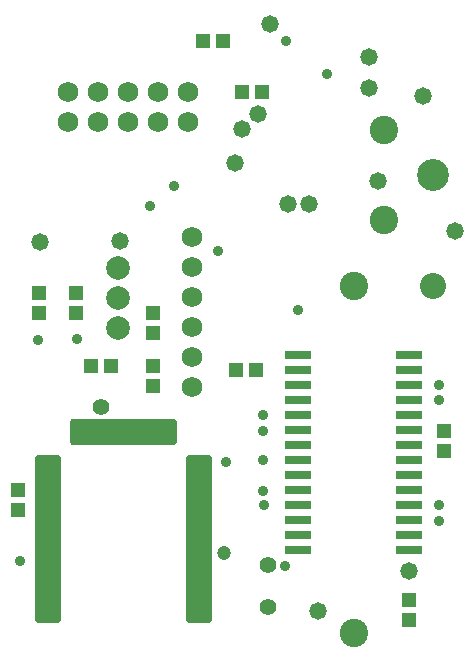
<source format=gbs>
%FSLAX44Y44*%
%MOMM*%
G71*
G01*
G75*
G04 Layer_Color=16711935*
%ADD10R,2.1800X1.6000*%
%ADD11R,1.0000X1.1000*%
%ADD12R,1.2500X1.1000*%
%ADD13R,3.2000X1.1200*%
%ADD14R,1.1000X1.0000*%
%ADD15R,1.1000X0.6000*%
%ADD16C,0.7000*%
%ADD17C,0.2540*%
%ADD18C,1.5240*%
%ADD19C,2.5000*%
%ADD20C,2.2000*%
%ADD21C,1.8000*%
%ADD22C,2.0000*%
%ADD23C,0.7000*%
%ADD24C,1.2700*%
%ADD25C,1.2100*%
%ADD26C,1.0000*%
%ADD27R,2.0000X0.6000*%
G04:AMPARAMS|DCode=28|XSize=2mm|YSize=0.8mm|CornerRadius=0.2mm|HoleSize=0mm|Usage=FLASHONLY|Rotation=270.000|XOffset=0mm|YOffset=0mm|HoleType=Round|Shape=RoundedRectangle|*
%AMROUNDEDRECTD28*
21,1,2.0000,0.4000,0,0,270.0*
21,1,1.6000,0.8000,0,0,270.0*
1,1,0.4000,-0.2000,-0.8000*
1,1,0.4000,-0.2000,0.8000*
1,1,0.4000,0.2000,0.8000*
1,1,0.4000,0.2000,-0.8000*
%
%ADD28ROUNDEDRECTD28*%
G04:AMPARAMS|DCode=29|XSize=2mm|YSize=0.8mm|CornerRadius=0.2mm|HoleSize=0mm|Usage=FLASHONLY|Rotation=0.000|XOffset=0mm|YOffset=0mm|HoleType=Round|Shape=RoundedRectangle|*
%AMROUNDEDRECTD29*
21,1,2.0000,0.4000,0,0,0.0*
21,1,1.6000,0.8000,0,0,0.0*
1,1,0.4000,0.8000,-0.2000*
1,1,0.4000,-0.8000,-0.2000*
1,1,0.4000,-0.8000,0.2000*
1,1,0.4000,0.8000,0.2000*
%
%ADD29ROUNDEDRECTD29*%
%ADD30C,0.5000*%
%ADD31C,1.0000*%
%ADD32C,0.1000*%
%ADD33C,0.2000*%
%ADD34C,0.3000*%
%ADD35R,1.0414X2.4384*%
%ADD36R,2.3832X1.8032*%
%ADD37R,1.2032X1.3032*%
%ADD38R,1.4532X1.3032*%
%ADD39R,3.4032X1.3232*%
%ADD40R,1.3032X1.2032*%
%ADD41R,1.3032X0.8032*%
%ADD42C,1.7272*%
%ADD43C,2.7032*%
%ADD44C,2.4032*%
%ADD45C,2.0032*%
%ADD46C,2.2032*%
%ADD47C,0.9032*%
%ADD48C,1.4732*%
%ADD49C,1.4132*%
%ADD50C,1.2032*%
%ADD51R,2.2000X13.3000*%
%ADD52R,2.2000X13.4000*%
%ADD53R,8.7884X2.1844*%
%ADD54R,2.2032X0.8032*%
G04:AMPARAMS|DCode=55|XSize=2.1mm|YSize=0.9mm|CornerRadius=0.25mm|HoleSize=0mm|Usage=FLASHONLY|Rotation=270.000|XOffset=0mm|YOffset=0mm|HoleType=Round|Shape=RoundedRectangle|*
%AMROUNDEDRECTD55*
21,1,2.1000,0.4000,0,0,270.0*
21,1,1.6000,0.9000,0,0,270.0*
1,1,0.5000,-0.2000,-0.8000*
1,1,0.5000,-0.2000,0.8000*
1,1,0.5000,0.2000,0.8000*
1,1,0.5000,0.2000,-0.8000*
%
%ADD55ROUNDEDRECTD55*%
G04:AMPARAMS|DCode=56|XSize=2.2032mm|YSize=1.0032mm|CornerRadius=0.3016mm|HoleSize=0mm|Usage=FLASHONLY|Rotation=270.000|XOffset=0mm|YOffset=0mm|HoleType=Round|Shape=RoundedRectangle|*
%AMROUNDEDRECTD56*
21,1,2.2032,0.4000,0,0,270.0*
21,1,1.6000,1.0032,0,0,270.0*
1,1,0.6032,-0.2000,-0.8000*
1,1,0.6032,-0.2000,0.8000*
1,1,0.6032,0.2000,0.8000*
1,1,0.6032,0.2000,-0.8000*
%
%ADD56ROUNDEDRECTD56*%
G04:AMPARAMS|DCode=57|XSize=2.2032mm|YSize=1.0032mm|CornerRadius=0.3016mm|HoleSize=0mm|Usage=FLASHONLY|Rotation=0.000|XOffset=0mm|YOffset=0mm|HoleType=Round|Shape=RoundedRectangle|*
%AMROUNDEDRECTD57*
21,1,2.2032,0.4000,0,0,0.0*
21,1,1.6000,1.0032,0,0,0.0*
1,1,0.6032,0.8000,-0.2000*
1,1,0.6032,-0.8000,-0.2000*
1,1,0.6032,-0.8000,0.2000*
1,1,0.6032,0.8000,0.2000*
%
%ADD57ROUNDEDRECTD57*%
D37*
X346456Y60062D02*
D03*
Y43062D02*
D03*
X376428Y202810D02*
D03*
Y185810D02*
D03*
X16002Y135772D02*
D03*
Y152772D02*
D03*
X130302Y302886D02*
D03*
Y285886D02*
D03*
X130048Y257674D02*
D03*
Y240674D02*
D03*
X64770Y302396D02*
D03*
Y319396D02*
D03*
X33528Y302650D02*
D03*
Y319650D02*
D03*
D40*
X217542Y254254D02*
D03*
X200542D02*
D03*
X77606Y257556D02*
D03*
X94606D02*
D03*
X222368Y489712D02*
D03*
X205368D02*
D03*
X189348Y533400D02*
D03*
X172348D02*
D03*
D42*
X162818Y240032D02*
D03*
Y265432D02*
D03*
Y290832D02*
D03*
Y316232D02*
D03*
Y341632D02*
D03*
Y367032D02*
D03*
X159766Y489966D02*
D03*
Y464566D02*
D03*
X134366Y489966D02*
D03*
Y464566D02*
D03*
X108966Y489966D02*
D03*
Y464566D02*
D03*
X83566Y489966D02*
D03*
Y464566D02*
D03*
X58166Y489966D02*
D03*
Y464566D02*
D03*
D43*
X366628Y419608D02*
D03*
D44*
X325628Y381508D02*
D03*
Y457708D02*
D03*
X299734Y31750D02*
D03*
Y325550D02*
D03*
D45*
X100086Y315570D02*
D03*
Y340970D02*
D03*
Y290170D02*
D03*
D46*
X367034Y325550D02*
D03*
D47*
X242316Y532638D02*
D03*
X372110Y241808D02*
D03*
Y127000D02*
D03*
Y229362D02*
D03*
X127000Y392938D02*
D03*
X184912Y355600D02*
D03*
X65278Y280416D02*
D03*
X223472Y216408D02*
D03*
X147828Y409956D02*
D03*
X252476Y305308D02*
D03*
X223472Y178054D02*
D03*
Y203200D02*
D03*
X223726Y140462D02*
D03*
X223472Y152400D02*
D03*
X32766Y279654D02*
D03*
X17272Y92710D02*
D03*
X192024Y176530D02*
D03*
X242062Y88392D02*
D03*
X277368Y505460D02*
D03*
X372110Y140208D02*
D03*
D48*
X229362Y547116D02*
D03*
X385572Y372110D02*
D03*
X244602Y395224D02*
D03*
X102362Y363474D02*
D03*
X34290Y363220D02*
D03*
X346456Y84328D02*
D03*
X204978Y458216D02*
D03*
X313182Y519684D02*
D03*
X261874Y394716D02*
D03*
X199136Y429768D02*
D03*
X358968Y486344D02*
D03*
X312674Y493522D02*
D03*
X269494Y50800D02*
D03*
X218948Y470916D02*
D03*
X320176Y414664D02*
D03*
D49*
X227076Y54102D02*
D03*
Y89662D02*
D03*
X85852Y223520D02*
D03*
D50*
X190246Y99858D02*
D03*
D51*
X40846Y111479D02*
D03*
D52*
X168846Y111979D02*
D03*
D53*
X104648Y201930D02*
D03*
D54*
X252476Y101854D02*
D03*
Y114554D02*
D03*
Y127254D02*
D03*
Y139954D02*
D03*
Y152654D02*
D03*
Y165354D02*
D03*
Y178054D02*
D03*
Y190754D02*
D03*
Y203454D02*
D03*
Y216154D02*
D03*
Y228854D02*
D03*
Y241554D02*
D03*
Y254254D02*
D03*
Y266954D02*
D03*
X346476Y101854D02*
D03*
Y114554D02*
D03*
Y127254D02*
D03*
Y139954D02*
D03*
Y152654D02*
D03*
Y165354D02*
D03*
Y178054D02*
D03*
Y190754D02*
D03*
Y203454D02*
D03*
Y216154D02*
D03*
Y228854D02*
D03*
Y241554D02*
D03*
Y254254D02*
D03*
Y266954D02*
D03*
D55*
X135846Y201978D02*
D03*
X145846D02*
D03*
X73846D02*
D03*
X63846D02*
D03*
D56*
X122846D02*
D03*
X110846D02*
D03*
X98846D02*
D03*
X86846D02*
D03*
D57*
X168846Y44978D02*
D03*
Y56978D02*
D03*
Y68978D02*
D03*
Y80978D02*
D03*
Y92978D02*
D03*
Y104978D02*
D03*
Y116978D02*
D03*
Y128978D02*
D03*
Y140978D02*
D03*
Y152978D02*
D03*
Y164978D02*
D03*
Y176978D02*
D03*
X40846D02*
D03*
Y164978D02*
D03*
Y152978D02*
D03*
Y140978D02*
D03*
Y128978D02*
D03*
Y116978D02*
D03*
Y104978D02*
D03*
Y92978D02*
D03*
Y80978D02*
D03*
Y68978D02*
D03*
Y56978D02*
D03*
Y44978D02*
D03*
M02*

</source>
